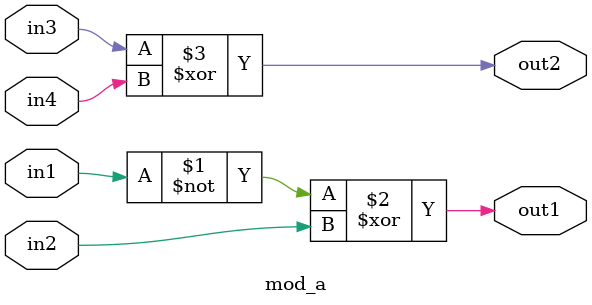
<source format=v>
module top_module ( 
    input a, 
    input b, 
    input c,
    input d,
    output out1,
    output out2
);
    mod_a u_mod(out1,out2,a,b,c,d);

endmodule
module mod_a(output out1,output out2, input in1,input in2, input in3, input in4);
	assign out1 = ~in1 ^ in2;
	assign out2 =  in3 ^ in4;
endmodule
</source>
